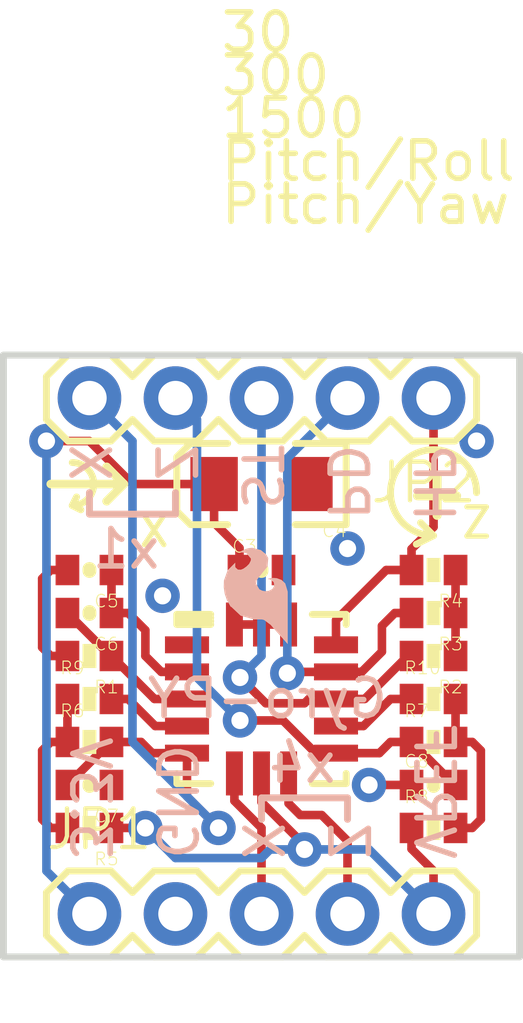
<source format=kicad_pcb>
(kicad_pcb (version 20211014) (generator pcbnew)
  (layers (0 "F.Cu" signal) (31 "B.Cu" signal) (34 "B.Paste" user) (35 "F.Paste" user) (36 "B.SilkS" user "B.Silkscreen") (37 "F.SilkS" user "F.Silkscreen") (38 "B.Mask" user) (39 "F.Mask" user) (44 "Edge.Cuts" user))
  (net 0 "")
  (net 1 "3.3V")
  (net 2 "PD")
  (net 3 "ST")
  (net 4 "F1")
  (net 5 "F2")
  (net 6 "HP")
  (net 7 "N$1")
  (net 8 "N$4")
  (net 9 "ZOUT-4X")
  (net 10 "XOUT-4X")
  (net 11 "XOUT-1X")
  (net 12 "N$2")
  (net 13 "N$3")
  (net 14 "N$6")
  (net 15 "ZOUT-1X")
  (net 16 "VREF")
  (net 17 "GND")
  (footprint "boardEagle:0402-RES" (layer "F.Cu") (at 153.5811 107.5436)
    (fp_text reference "R7" (at -0.889 -0.6985) (layer "F.SilkS") (effects (font (size 0.373888 0.373888) (thickness 0.032512)) (justify left bottom)))
    (fp_text value "33K")
    (fp_poly (pts (xy -0.2032 0.3556) (xy 0.2032 0.3556) (xy 0.2032 -0.3556) (xy -0.2032 -0.3556)) (layer "F.SilkS") (width 0) (fill solid))
    (pad "1" smd rect (at -0.65 0) (size 0.7 0.9) (layers "F.Cu" "F.Paste" "F.Mask") (net 15 "ZOUT-1X"))
    (pad "2" smd rect (at 0.65 0) (size 0.7 0.9) (layers "F.Cu" "F.Paste" "F.Mask") (net 14 "N$6"))
  )
  (footprint "boardEagle:0402-RES" (layer "F.Cu") (at 153.5811 103.7336 180)
    (fp_text reference "R3" (at -0.889 -0.6985 180) (layer "F.SilkS") (effects (font (size 0.373888 0.373888) (thickness 0.032512)) (justify right top)))
    (fp_text value "10K")
    (fp_poly (pts (xy -0.2032 0.3556) (xy 0.2032 0.3556) (xy 0.2032 -0.3556) (xy -0.2032 -0.3556)) (layer "F.SilkS") (width 0) (fill solid))
    (pad "1" smd rect (at -0.65 0 180) (size 0.7 0.9) (layers "F.Cu" "F.Paste" "F.Mask") (net 17 "GND"))
    (pad "2" smd rect (at 0.65 0 180) (size 0.7 0.9) (layers "F.Cu" "F.Paste" "F.Mask") (net 2 "PD"))
  )
  (footprint "boardEagle:0402-CAP" (layer "F.Cu") (at 148.5011 102.4636)
    (fp_text reference "C3" (at -0.889 -0.6985) (layer "F.SilkS") (effects (font (size 0.376489 0.376489) (thickness 0.029911)) (justify left)))
    (fp_text value "0.1uF")
    (fp_line (start 0 -0.0305) (end 0 0.0305) (layer "F.SilkS") (width 0.4064))
    (pad "1" smd rect (at -0.65 0) (size 0.7 0.9) (layers "F.Cu" "F.Paste" "F.Mask") (net 1 "3.3V"))
    (pad "2" smd rect (at 0.65 0) (size 0.7 0.9) (layers "F.Cu" "F.Paste" "F.Mask") (net 17 "GND"))
  )
  (footprint "boardEagle:0402-RES" (layer "F.Cu") (at 143.4211 106.2736)
    (fp_text reference "R9" (at -0.889 -0.6985) (layer "F.SilkS") (effects (font (size 0.373888 0.373888) (thickness 0.032512)) (justify left bottom)))
    (fp_text value "0 ohm")
    (fp_poly (pts (xy -0.2032 0.3556) (xy 0.2032 0.3556) (xy 0.2032 -0.3556) (xy -0.2032 -0.3556)) (layer "F.SilkS") (width 0) (fill solid))
    (pad "1" smd rect (at -0.65 0) (size 0.7 0.9) (layers "F.Cu" "F.Paste" "F.Mask") (net 8 "N$4"))
    (pad "2" smd rect (at 0.65 0) (size 0.7 0.9) (layers "F.Cu" "F.Paste" "F.Mask") (net 7 "N$1"))
  )
  (footprint "boardEagle:0402-RES" (layer "F.Cu") (at 153.5811 110.0836)
    (fp_text reference "R8" (at -0.889 -0.6985) (layer "F.SilkS") (effects (font (size 0.373888 0.373888) (thickness 0.032512)) (justify left bottom)))
    (fp_text value "DNP")
    (fp_poly (pts (xy -0.2032 0.3556) (xy 0.2032 0.3556) (xy 0.2032 -0.3556) (xy -0.2032 -0.3556)) (layer "F.SilkS") (width 0) (fill solid))
    (pad "1" smd rect (at -0.65 0) (size 0.7 0.9) (layers "F.Cu" "F.Paste" "F.Mask") (net 16 "VREF"))
    (pad "2" smd rect (at 0.65 0) (size 0.7 0.9) (layers "F.Cu" "F.Paste" "F.Mask") (net 14 "N$6"))
  )
  (footprint "boardEagle:0402-RES" (layer "F.Cu") (at 153.5811 102.4636 180)
    (fp_text reference "R4" (at -0.889 -0.6985 180) (layer "F.SilkS") (effects (font (size 0.373888 0.373888) (thickness 0.032512)) (justify right top)))
    (fp_text value "10K")
    (fp_poly (pts (xy -0.2032 0.3556) (xy 0.2032 0.3556) (xy 0.2032 -0.3556) (xy -0.2032 -0.3556)) (layer "F.SilkS") (width 0) (fill solid))
    (pad "1" smd rect (at -0.65 0 180) (size 0.7 0.9) (layers "F.Cu" "F.Paste" "F.Mask") (net 17 "GND"))
    (pad "2" smd rect (at 0.65 0 180) (size 0.7 0.9) (layers "F.Cu" "F.Paste" "F.Mask") (net 6 "HP"))
  )
  (footprint "boardEagle:1X05" (layer "F.Cu") (at 153.5811 97.3836 180)
    (fp_text reference "JP2" (at -1.3462 -1.8288 180) (layer "F.SilkS") (effects (font (size 1.143 1.143) (thickness 0.127)) (justify right top)))
    (fp_text value "")
    (fp_line (start 6.985 -1.27) (end 6.35 -0.635) (layer "F.SilkS") (width 0.2032))
    (fp_line (start 6.985 -1.27) (end 8.255 -1.27) (layer "F.SilkS") (width 0.2032))
    (fp_line (start 8.89 0.635) (end 8.255 1.27) (layer "F.SilkS") (width 0.2032))
    (fp_line (start 10.795 1.27) (end 9.525 1.27) (layer "F.SilkS") (width 0.2032))
    (fp_line (start 1.905 -1.27) (end 3.175 -1.27) (layer "F.SilkS") (width 0.2032))
    (fp_line (start -1.27 -0.635) (end -1.27 0.635) (layer "F.SilkS") (width 0.2032))
    (fp_line (start 6.35 0.635) (end 6.985 1.27) (layer "F.SilkS") (width 0.2032))
    (fp_line (start 6.35 0.635) (end 5.715 1.27) (layer "F.SilkS") (width 0.2032))
    (fp_line (start 9.525 -1.27) (end 10.795 -1.27) (layer "F.SilkS") (width 0.2032))
    (fp_line (start 8.255 -1.27) (end 8.89 -0.635) (layer "F.SilkS") (width 0.2032))
    (fp_line (start 5.715 -1.27) (end 6.35 -0.635) (layer "F.SilkS") (width 0.2032))
    (fp_line (start 0.635 -1.27) (end 1.27 -0.635) (layer "F.SilkS") (width 0.2032))
    (fp_line (start 3.175 -1.27) (end 3.81 -0.635) (layer "F.SilkS") (width 0.2032))
    (fp_line (start 8.89 -0.635) (end 9.525 -1.27) (layer "F.SilkS") (width 0.2032))
    (fp_line (start 4.445 1.27) (end 3.81 0.635) (layer "F.SilkS") (width 0.2032))
    (fp_line (start 5.715 1.27) (end 4.445 1.27) (layer "F.SilkS") (width 0.2032))
    (fp_line (start 11.43 -0.635) (end 11.43 0.635) (layer "F.SilkS") (width 0.2032))
    (fp_line (start 1.905 1.27) (end 1.27 0.635) (layer "F.SilkS") (width 0.2032))
    (fp_line (start 3.81 0.635) (end 3.175 1.27) (layer "F.SilkS") (width 0.2032))
    (fp_line (start -1.27 0.635) (end -0.635 1.27) (layer "F.SilkS") (width 0.2032))
    (fp_line (start 9.525 1.27) (end 8.89 0.635) (layer "F.SilkS") (width 0.2032))
    (fp_line (start 3.81 -0.635) (end 4.445 -1.27) (layer "F.SilkS") (width 0.2032))
    (fp_line (start 4.445 -1.27) (end 5.715 -1.27) (layer "F.SilkS") (width 0.2032))
    (fp_line (start 1.27 0.635) (end 0.635 1.27) (layer "F.SilkS") (width 0.2032))
    (fp_line (start 3.175 1.27) (end 1.905 1.27) (layer "F.SilkS") (width 0.2032))
    (fp_line (start -0.635 -1.27) (end -1.27 -0.635) (layer "F.SilkS") (width 0.2032))
    (fp_line (start 8.255 1.27) (end 6.985 1.27) (layer "F.SilkS") (width 0.2032))
    (fp_line (start 0.635 1.27) (end -0.635 1.27) (layer "F.SilkS") (width 0.2032))
    (fp_line (start 1.27 -0.635) (end 1.905 -1.27) (layer "F.SilkS") (width 0.2032))
    (fp_line (start -0.635 -1.27) (end 0.635 -1.27) (layer "F.SilkS") (width 0.2032))
    (fp_line (start 11.43 0.635) (end 10.795 1.27) (layer "F.SilkS") (width 0.2032))
    (fp_line (start 10.795 -1.27) (end 11.43 -0.635) (layer "F.SilkS") (width 0.2032))
    (pad "1" thru_hole circle (at 0 0 270) (size 1.8796 1.8796) (drill 1.016) (layers *.Cu *.Mask) (net 6 "HP"))
    (pad "2" thru_hole circle (at 2.54 0 270) (size 1.8796 1.8796) (drill 1.016) (layers *.Cu *.Mask) (net 2 "PD"))
    (pad "3" thru_hole circle (at 5.08 0 270) (size 1.8796 1.8796) (drill 1.016) (layers *.Cu *.Mask) (net 3 "ST"))
    (pad "4" thru_hole circle (at 7.62 0 270) (size 1.8796 1.8796) (drill 1.016) (layers *.Cu *.Mask) (net 15 "ZOUT-1X"))
    (pad "5" thru_hole circle (at 10.16 0 270) (size 1.8796 1.8796) (drill 1.016) (layers *.Cu *.Mask) (net 11 "XOUT-1X"))
  )
  (footprint "boardEagle:0402-CAP" (layer "F.Cu") (at 143.4211 103.7336 180)
    (fp_text reference "C6" (at -0.889 -0.6985 180) (layer "F.SilkS") (effects (font (size 0.373888 0.373888) (thickness 0.032512)) (justify right top)))
    (fp_text value "10nF")
    (fp_line (start 0 -0.0305) (end 0 0.0305) (layer "F.SilkS") (width 0.4064))
    (pad "1" smd rect (at -0.65 0 180) (size 0.7 0.9) (layers "F.Cu" "F.Paste" "F.Mask") (net 4 "F1"))
    (pad "2" smd rect (at 0.65 0 180) (size 0.7 0.9) (layers "F.Cu" "F.Paste" "F.Mask") (net 5 "F2"))
  )
  (footprint "boardEagle:0402-RES" (layer "F.Cu") (at 143.4211 107.5436)
    (fp_text reference "R6" (at -0.889 -0.6985) (layer "F.SilkS") (effects (font (size 0.373888 0.373888) (thickness 0.032512)) (justify left bottom)))
    (fp_text value "33K")
    (fp_poly (pts (xy -0.2032 0.3556) (xy 0.2032 0.3556) (xy 0.2032 -0.3556) (xy -0.2032 -0.3556)) (layer "F.SilkS") (width 0) (fill solid))
    (pad "1" smd rect (at -0.65 0) (size 0.7 0.9) (layers "F.Cu" "F.Paste" "F.Mask") (net 8 "N$4"))
    (pad "2" smd rect (at 0.65 0) (size 0.7 0.9) (layers "F.Cu" "F.Paste" "F.Mask") (net 11 "XOUT-1X"))
  )
  (footprint "boardEagle:0402-CAP" (layer "F.Cu") (at 143.4211 102.4636 180)
    (fp_text reference "C5" (at -0.889 -0.6985 180) (layer "F.SilkS") (effects (font (size 0.373888 0.373888) (thickness 0.032512)) (justify right top)))
    (fp_text value "470nF")
    (fp_line (start 0 -0.0305) (end 0 0.0305) (layer "F.SilkS") (width 0.4064))
    (pad "1" smd rect (at -0.65 0 180) (size 0.7 0.9) (layers "F.Cu" "F.Paste" "F.Mask") (net 4 "F1"))
    (pad "2" smd rect (at 0.65 0 180) (size 0.7 0.9) (layers "F.Cu" "F.Paste" "F.Mask") (net 12 "N$2"))
  )
  (footprint "boardEagle:0402-RES" (layer "F.Cu") (at 143.4211 105.0036 180)
    (fp_text reference "R1" (at -0.889 -0.6985 180) (layer "F.SilkS") (effects (font (size 0.373888 0.373888) (thickness 0.032512)) (justify right top)))
    (fp_text value "10K")
    (fp_poly (pts (xy -0.2032 0.3556) (xy 0.2032 0.3556) (xy 0.2032 -0.3556) (xy -0.2032 -0.3556)) (layer "F.SilkS") (width 0) (fill solid))
    (pad "1" smd rect (at -0.65 0 180) (size 0.7 0.9) (layers "F.Cu" "F.Paste" "F.Mask") (net 5 "F2"))
    (pad "2" smd rect (at 0.65 0 180) (size 0.7 0.9) (layers "F.Cu" "F.Paste" "F.Mask") (net 12 "N$2"))
  )
  (footprint "boardEagle:1X05" (layer "F.Cu") (at 143.4211 112.6236)
    (fp_text reference "JP1" (at -1.3462 -1.8288) (layer "F.SilkS") (effects (font (size 1.143 1.143) (thickness 0.127)) (justify left bottom)))
    (fp_text value "")
    (fp_line (start 6.985 -1.27) (end 6.35 -0.635) (layer "F.SilkS") (width 0.2032))
    (fp_line (start 3.175 -1.27) (end 3.81 -0.635) (layer "F.SilkS") (width 0.2032))
    (fp_line (start 8.255 -1.27) (end 8.89 -0.635) (layer "F.SilkS") (width 0.2032))
    (fp_line (start 1.27 -0.635) (end 1.905 -1.27) (layer "F.SilkS") (width 0.2032))
    (fp_line (start -0.635 -1.27) (end -1.27 -0.635) (layer "F.SilkS") (width 0.2032))
    (fp_line (start 11.43 0.635) (end 10.795 1.27) (layer "F.SilkS") (width 0.2032))
    (fp_line (start 6.985 -1.27) (end 8.255 -1.27) (layer "F.SilkS") (width 0.2032))
    (fp_line (start 3.81 0.635) (end 3.175 1.27) (layer "F.SilkS") (width 0.2032))
    (fp_line (start 8.89 0.635) (end 8.255 1.27) (layer "F.SilkS") (width 0.2032))
    (fp_line (start 4.445 1.27) (end 3.81 0.635) (layer "F.SilkS") (width 0.2032))
    (fp_line (start 1.27 0.635) (end 0.635 1.27) (layer "F.SilkS") (width 0.2032))
    (fp_line (start 10.795 -1.27) (end 11.43 -0.635) (layer "F.SilkS") (width 0.2032))
    (fp_line (start -0.635 -1.27) (end 0.635 -1.27) (layer "F.SilkS") (width 0.2032))
    (fp_line (start 3.175 1.27) (end 1.905 1.27) (layer "F.SilkS") (width 0.2032))
    (fp_line (start 3.81 -0.635) (end 4.445 -1.27) (layer "F.SilkS") (width 0.2032))
    (fp_line (start 6.35 0.635) (end 5.715 1.27) (layer "F.SilkS") (width 0.2032))
    (fp_line (start 9.525 1.27) (end 8.89 0.635) (layer "F.SilkS") (width 0.2032))
    (fp_line (start 8.89 -0.635) (end 9.525 -1.27) (layer "F.SilkS") (width 0.2032))
    (fp_line (start 9.525 -1.27) (end 10.795 -1.27) (layer "F.SilkS") (width 0.2032))
    (fp_line (start 0.635 1.27) (end -0.635 1.27) (layer "F.SilkS") (width 0.2032))
    (fp_line (start 8.255 1.27) (end 6.985 1.27) (layer "F.SilkS") (width 0.2032))
    (fp_line (start 5.715 1.27) (end 4.445 1.27) (layer "F.SilkS") (width 0.2032))
    (fp_line (start -1.27 -0.635) (end -1.27 0.635) (layer "F.SilkS") (width 0.2032))
    (fp_line (start 1.905 1.27) (end 1.27 0.635) (layer "F.SilkS") (width 0.2032))
    (fp_line (start 1.905 -1.27) (end 3.175 -1.27) (layer "F.SilkS") (width 0.2032))
    (fp_line (start 4.445 -1.27) (end 5.715 -1.27) (layer "F.SilkS") (width 0.2032))
    (fp_line (start 6.35 0.635) (end 6.985 1.27) (layer "F.SilkS") (width 0.2032))
    (fp_line (start 5.715 -1.27) (end 6.35 -0.635) (layer "F.SilkS") (width 0.2032))
    (fp_line (start 10.795 1.27) (end 9.525 1.27) (layer "F.SilkS") (width 0.2032))
    (fp_line (start -1.27 0.635) (end -0.635 1.27) (layer "F.SilkS") (width 0.2032))
    (fp_line (start 0.635 -1.27) (end 1.27 -0.635) (layer "F.SilkS") (width 0.2032))
    (fp_line (start 11.43 -0.635) (end 11.43 0.635) (layer "F.SilkS") (width 0.2032))
    (pad "1" thru_hole circle (at 0 0 90) (size 1.8796 1.8796) (drill 1.016) (layers *.Cu *.Mask) (net 1 "3.3V"))
    (pad "2" thru_hole circle (at 2.54 0 90) (size 1.8796 1.8796) (drill 1.016) (layers *.Cu *.Mask) (net 17 "GND"))
    (pad "3" thru_hole circle (at 5.08 0 90) (size 1.8796 1.8796) (drill 1.016) (layers *.Cu *.Mask) (net 10 "XOUT-4X"))
    (pad "4" thru_hole circle (at 7.62 0 90) (size 1.8796 1.8796) (drill 1.016) (layers *.Cu *.Mask) (net 9 "ZOUT-4X"))
    (pad "5" thru_hole circle (at 10.16 0 90) (size 1.8796 1.8796) (drill 1.016) (layers *.Cu *.Mask) (net 16 "VREF"))
  )
  (footprint "boardEagle:0402-RES" (layer "F.Cu") (at 153.5811 106.2736)
    (fp_text reference "R10" (at -0.889 -0.6985) (layer "F.SilkS") (effects (font (size 0.373888 0.373888) (thickness 0.032512)) (justify left bottom)))
    (fp_text value "0 ohm")
    (fp_poly (pts (xy -0.2032 0.3556) (xy 0.2032 0.3556) (xy 0.2032 -0.3556) (xy -0.2032 -0.3556)) (layer "F.SilkS") (width 0) (fill solid))
    (pad "1" smd rect (at -0.65 0) (size 0.7 0.9) (layers "F.Cu" "F.Paste" "F.Mask") (net 13 "N$3"))
    (pad "2" smd rect (at 0.65 0) (size 0.7 0.9) (layers "F.Cu" "F.Paste" "F.Mask") (net 14 "N$6"))
  )
  (footprint "boardEagle:0402-CAP" (layer "F.Cu") (at 143.4211 108.8136 180)
    (fp_text reference "C7" (at -0.889 -0.6985 180) (layer "F.SilkS") (effects (font (size 0.373888 0.373888) (thickness 0.032512)) (justify right top)))
    (fp_text value "0.1uF")
    (fp_line (start 0 -0.0305) (end 0 0.0305) (layer "F.SilkS") (width 0.4064))
    (pad "1" smd rect (at -0.65 0 180) (size 0.7 0.9) (layers "F.Cu" "F.Paste" "F.Mask") (net 17 "GND"))
    (pad "2" smd rect (at 0.65 0 180) (size 0.7 0.9) (layers "F.Cu" "F.Paste" "F.Mask") (net 11 "XOUT-1X"))
  )
  (footprint "boardEagle:0402-CAP" (layer "F.Cu") (at 153.5811 108.8136)
    (fp_text reference "C8" (at -0.889 -0.6985) (layer "F.SilkS") (effects (font (size 0.376489 0.376489) (thickness 0.029911)) (justify left)))
    (fp_text value "0.1uF")
    (fp_line (start 0 -0.0305) (end 0 0.0305) (layer "F.SilkS") (width 0.4064))
    (pad "1" smd rect (at -0.65 0) (size 0.7 0.9) (layers "F.Cu" "F.Paste" "F.Mask") (net 17 "GND"))
    (pad "2" smd rect (at 0.65 0) (size 0.7 0.9) (layers "F.Cu" "F.Paste" "F.Mask") (net 15 "ZOUT-1X"))
  )
  (footprint "boardEagle:0402-RES" (layer "F.Cu") (at 143.4211 110.0836 180)
    (fp_text reference "R5" (at -0.889 -0.6985 180) (layer "F.SilkS") (effects (font (size 0.373888 0.373888) (thickness 0.032512)) (justify right top)))
    (fp_text value "DNP")
    (fp_poly (pts (xy -0.2032 0.3556) (xy 0.2032 0.3556) (xy 0.2032 -0.3556) (xy -0.2032 -0.3556)) (layer "F.SilkS") (width 0) (fill solid))
    (pad "1" smd rect (at -0.65 0 180) (size 0.7 0.9) (layers "F.Cu" "F.Paste" "F.Mask") (net 16 "VREF"))
    (pad "2" smd rect (at 0.65 0 180) (size 0.7 0.9) (layers "F.Cu" "F.Paste" "F.Mask") (net 8 "N$4"))
  )
  (footprint "boardEagle:EIA3216" (layer "F.Cu") (at 148.5011 99.9236 180)
    (fp_text reference "C4" (at -2.54 -1.381) (layer "F.SilkS") (effects (font (size 0.376489 0.376489) (thickness 0.029911)) (justify right)))
    (fp_text value "10uF")
    (fp_line (start -1 1.2) (end -2.5 1.2) (layer "F.SilkS") (width 0.2032))
    (fp_line (start -2.5 1.2) (end -2.5 -1.2) (layer "F.SilkS") (width 0.2032))
    (fp_line (start 2.5 -0.8) (end 2.1 -1.2) (layer "F.SilkS") (width 0.2032))
    (fp_line (start -2.5 -1.2) (end -1 -1.2) (layer "F.SilkS") (width 0.2032))
    (fp_line (start 2.1 1.2) (end 2.5 0.8) (layer "F.SilkS") (width 0.2032))
    (fp_line (start 2.5 0.8) (end 2.5 -0.8) (layer "F.SilkS") (width 0.2032))
    (fp_line (start 2.1 -1.2) (end 1 -1.2) (layer "F.SilkS") (width 0.2032))
    (fp_line (start 1 1.2) (end 2.1 1.2) (layer "F.SilkS") (width 0.2032))
    (pad "A" smd rect (at 1.4 0 270) (size 1.6 1.4) (layers "F.Cu" "F.Paste" "F.Mask") (net 1 "3.3V"))
    (pad "C" smd rect (at -1.4 0 270) (size 1.6 1.4) (layers "F.Cu" "F.Paste" "F.Mask") (net 17 "GND"))
  )
  (footprint "boardEagle:0402-RES" (layer "F.Cu") (at 153.5811 105.0036 180)
    (fp_text reference "R2" (at -0.889 -0.6985 180) (layer "F.SilkS") (effects (font (size 0.373888 0.373888) (thickness 0.032512)) (justify right top)))
    (fp_text value "10K")
    (fp_poly (pts (xy -0.2032 0.3556) (xy 0.2032 0.3556) (xy 0.2032 -0.3556) (xy -0.2032 -0.3556)) (layer "F.SilkS") (width 0) (fill solid))
    (pad "1" smd rect (at -0.65 0 180) (size 0.7 0.9) (layers "F.Cu" "F.Paste" "F.Mask") (net 17 "GND"))
    (pad "2" smd rect (at 0.65 0 180) (size 0.7 0.9) (layers "F.Cu" "F.Paste" "F.Mask") (net 3 "ST"))
  )
  (footprint "boardEagle:ST-GYRO" (layer "F.Cu") (at 148.5011 106.2736)
    (fp_text reference "U1" hide)
    (fp_text value "LPY5XXX" hide)
    (fp_line (start -2.5 -2.3) (end -1.5 -2.3) (layer "F.SilkS") (width 0.2032))
    (fp_line (start 2.5 2.5) (end 2.5 2.2) (layer "F.SilkS") (width 0.2032))
    (fp_line (start 2.5 -2.5) (end 2.5 -2.2) (layer "F.SilkS") (width 0.2032))
    (fp_line (start -2.5 -2.2) (end -2.5 -2.3) (layer "F.SilkS") (width 0.2032))
    (fp_line (start -2.5 -2.4) (end -2.5 -2.5) (layer "F.SilkS") (width 0.2032))
    (fp_line (start -2.5 -2.3) (end -2.5 -2.4) (layer "F.SilkS") (width 0.2032))
    (fp_line (start 2.5 -2.5) (end 1.5 -2.5) (layer "F.SilkS") (width 0.2032))
    (fp_line (start -2.5 -2.5) (end -1.5 -2.5) (layer "F.SilkS") (width 0.2032))
    (fp_line (start -2.5 -2.2) (end -1.5 -2.2) (layer "F.SilkS") (width 0.2032))
    (fp_line (start -2.5 -2.4) (end -1.5 -2.4) (layer "F.SilkS") (width 0.2032))
    (fp_line (start -2.5 2.5) (end -2.5 2.2) (layer "F.SilkS") (width 0.2032))
    (fp_line (start 2.5 2.5) (end 1.5 2.5) (layer "F.SilkS") (width 0.2032))
    (fp_line (start -2.5 2.5) (end -1.5 2.5) (layer "F.SilkS") (width 0.2032))
    (pad "1" smd rect (at -2.2 -1.6) (size 1.3 0.5) (layers "F.Cu" "F.Paste" "F.Mask") (net 17 "GND"))
    (pad "2" smd rect (at -2.2 -0.8) (size 1.3 0.5) (layers "F.Cu" "F.Paste" "F.Mask") (net 4 "F1"))
    (pad "3" smd rect (at -2.2 0) (size 1.3 0.5) (layers "F.Cu" "F.Paste" "F.Mask") (net 5 "F2"))
    (pad "4" smd rect (at -2.2 0.8) (size 1.3 0.5) (layers "F.Cu" "F.Paste" "F.Mask") (net 7 "N$1"))
    (pad "5" smd rect (at -2.2 1.6 180) (size 1.3 0.5) (layers "F.Cu" "F.Paste" "F.Mask") (net 11 "XOUT-1X"))
    (pad "6" smd rect (at -0.8 2.2 90) (size 1.3 0.5) (layers "F.Cu" "F.Paste" "F.Mask") (net 10 "XOUT-4X"))
    (pad "7" smd rect (at 0 2.2 90) (size 1.3 0.5) (layers "F.Cu" "F.Paste" "F.Mask") (net 16 "VREF"))
    (pad "8" smd rect (at 0.8 2.2 90) (size 1.3 0.5) (layers "F.Cu" "F.Paste" "F.Mask") (net 9 "ZOUT-4X"))
    (pad "9" smd rect (at 2.2 1.6) (size 1.3 0.5) (layers "F.Cu" "F.Paste" "F.Mask") (net 15 "ZOUT-1X"))
    (pad "10" smd rect (at 2.2 0.8) (size 1.3 0.5) (layers "F.Cu" "F.Paste" "F.Mask") (net 13 "N$3"))
    (pad "11" smd rect (at 2.2 0) (size 1.3 0.5) (layers "F.Cu" "F.Paste" "F.Mask") (net 3 "ST"))
    (pad "12" smd rect (at 2.2 -0.8) (size 1.3 0.5) (layers "F.Cu" "F.Paste" "F.Mask") (net 2 "PD"))
    (pad "13" smd rect (at 2.2 -1.6) (size 1.3 0.5) (layers "F.Cu" "F.Paste" "F.Mask") (net 6 "HP"))
    (pad "14" smd rect (at 0.8 -2.2 90) (size 1.3 0.5) (layers "F.Cu" "F.Paste" "F.Mask") (net 1 "3.3V"))
    (pad "15" smd rect (at 0 -2.2 90) (size 1.3 0.5) (layers "F.Cu" "F.Paste" "F.Mask") (net 1 "3.3V"))
    (pad "16" smd rect (at -0.8 -2.2 90) (size 1.3 0.5) (layers "F.Cu" "F.Paste" "F.Mask") (net 1 "3.3V"))
  )
  (footprint "boardEagle:SFE-LOGO-FLAME" (layer "B.Cu") (at 149.2631 104.6226 180)
    (fp_text reference "U$1" hide)
    (fp_text value "LOGO-SFESK" hide)
    (fp_poly (pts (xy 1.126002 2.808203) (xy 1.215449 2.785829) (xy 1.228477 2.780783) (xy 1.240149 2.774875) (xy 1.25686 2.766576) (xy 1.275552 2.759834) (xy 1.371694 2.7026) (xy 1.3793 2.7026) (xy 1.3793 2.6772) (xy 1.306833 2.6772) (xy 1.208418 2.657914) (xy 1.074855 2.495286) (xy 1.079365 2.436825) (xy 1.12809 2.341869) (xy 1.204666 2.265196) (xy 1.294069 2.200638) (xy 1.369348 2.168824) (xy 1.450737 2.171632) (xy 1.458864 2.174186) (xy 1.466257 2.177389) (xy 1.530514 2.236956) (xy 1.5368 2.259812) (xy 1.5368 2.377938) (xy 1.763707 2.148127) (xy 1.868186 1.856841) (xy 1.871603 1.856894) (xy 1.87806 1.650435) (xy 1.848857 1.45742) (xy 1.785308 1.272842) (xy 1.6663 1.061578) (xy 1.6663 1.080581) (xy 1.378131 0.80901) (xy 0.982239 0.6985) (xy 0.753005 0.6985) (xy 0.716201 0.692046) (xy 0.681776 0.679592) (xy 0.496322 0.541784) (xy -0.0126 -0.03091) (xy -0.0126 1.52077) (xy 0.060004 1.761967) (xy 0.168295 1.865489) (xy 0.307122 1.917522) (xy 0.4039 1.925089) (xy 0.499384 1.917623) (xy 0.55991 1.908099) (xy 0.557788 1.884433) (xy 0.522216 1.885242) (xy 0.501784 1.876141) (xy 0.420519 1.817154) (xy 0.400722 1.79067) (xy 0.390395 1.7285) (xy 0.400905 1.665229) (xy 0.421405 1.625174) (xy 0.452343 1.592685) (xy 0.546535 1.54355) (xy 0.652229 1.531742) (xy 0.742768 1.550084) (xy 0.82422 1.589656) (xy 0.92203 1.754659) (xy 0.907706 1.848844) (xy 0.850914 1.930401) (xy 0.584707 2.263237) (xy 0.561667 2.510855) (xy 0.627495 2.621556) (xy 0.629042 2.623103) (xy 0.778901 2.74712) (xy 1.032676 2.817064)) (layer "B.SilkS") (width 0) (fill solid))
  )
  (gr_line (start 145.9611 100.1776) (end 145.9611 100.8126) (layer "B.SilkS") (width 0.2032))
  (gr_line (start 145.9611 100.8126) (end 143.4211 100.8126) (layer "B.SilkS") (width 0.2032))
  (gr_line (start 143.4211 100.1776) (end 143.4211 100.8126) (layer "B.SilkS") (width 0.2032))
  (gr_line (start 148.5011 109.1946) (end 151.0411 109.1946) (layer "B.SilkS") (width 0.2032))
  (gr_line (start 151.0411 109.8296) (end 151.0411 109.1946) (layer "B.SilkS") (width 0.2032))
  (gr_line (start 148.5011 109.8296) (end 148.5011 109.1946) (layer "B.SilkS") (width 0.2032))
  (gr_arc (start 142.9131 99.2886) (mid 143.5481 99.9236) (end 142.9131 100.5586) (layer "F.SilkS") (width 0.2032))
  (gr_line (start 142.9131 100.5586) (end 143.0401 100.3046) (layer "F.SilkS") (width 0.2032))
  (gr_line (start 144.4371 99.9236) (end 143.9291 100.4316) (layer "F.SilkS") (width 0.254))
  (gr_line (start 144.4371 99.9236) (end 143.9291 99.4156) (layer "F.SilkS") (width 0.254))
  (gr_line (start 142.9131 100.5586) (end 143.1671 100.6856) (layer "F.SilkS") (width 0.2032))
  (gr_line (start 142.2781 99.9236) (end 144.4371 99.9236) (layer "F.SilkS") (width 0.254))
  (gr_line (start 153.5811 101.4476) (end 153.2001 101.0666) (layer "F.SilkS") (width 0.2032))
  (gr_line (start 153.5811 101.4476) (end 153.0731 101.7016) (layer "F.SilkS") (width 0.2032))
  (gr_arc (start 153.5811 101.4476) (mid 152.683074 99.279574) (end 154.8511 100.1776) (layer "F.SilkS") (width 0.2032))
  (gr_line (start 156.1211 113.8936) (end 156.1211 96.1136) (layer "Edge.Cuts") (width 0.2032))
  (gr_line (start 140.8811 96.1136) (end 140.8811 113.8936) (layer "Edge.Cuts") (width 0.2032))
  (gr_line (start 156.1211 96.1136) (end 140.8811 96.1136) (layer "Edge.Cuts") (width 0.2032))
  (gr_line (start 140.8811 113.8936) (end 156.1211 113.8936) (layer "Edge.Cuts") (width 0.2032))
  (gr_text "VREF" (at 152.9461 111.0996 -90) (layer "B.SilkS") (effects (font (size 1.1049 1.1049) (thickness 0.1651)) (justify left bottom mirror)))
  (gr_text "PD" (at 151.6761 98.6536 -90) (layer "B.SilkS") (effects (font (size 1.1049 1.1049) (thickness 0.1651)) (justify right top mirror)))
  (gr_text "Z" (at 146.5961 98.6536 -90) (layer "B.SilkS") (effects (font (size 1.1049 1.1049) (thickness 0.1651)) (justify right top mirror)))
  (gr_text "GND" (at 145.3261 111.0996 -90) (layer "B.SilkS") (effects (font (size 1.1049 1.1049) (thickness 0.1651)) (justify left bottom mirror)))
  (gr_text "x1" (at 143.4211 101.1936) (layer "B.SilkS") (effects (font (size 1.1049 1.1049) (thickness 0.1651)) (justify right top mirror)))
  (gr_text "x4" (at 150.7871 108.8136) (layer "B.SilkS") (effects (font (size 1.1049 1.1049) (thickness 0.1651)) (justify left bottom mirror)))
  (gr_text "3.3V" (at 142.7861 111.0996 -90) (layer "B.SilkS") (effects (font (size 1.1049 1.1049) (thickness 0.1651)) (justify left bottom mirror)))
  (gr_text "ST" (at 149.1361 98.6536 -90) (layer "B.SilkS") (effects (font (size 1.1049 1.1049) (thickness 0.1651)) (justify right top mirror)))
  (gr_text "X" (at 144.0561 98.6536 -90) (layer "B.SilkS") (effects (font (size 1.1049 1.1049) (thickness 0.1651)) (justify right top mirror)))
  (gr_text "HP" (at 154.2161 98.6536 -90) (layer "B.SilkS") (effects (font (size 1.1049 1.1049) (thickness 0.1651)) (justify right top mirror)))
  (gr_text "X" (at 147.8661 111.0996 -90) (layer "B.SilkS") (effects (font (size 1.1049 1.1049) (thickness 0.1651)) (justify left bottom mirror)))
  (gr_text "Gyro-PY" (at 152.3111 106.9086) (layer "B.SilkS") (effects (font (size 1.1049 1.1049) (thickness 0.1651)) (justify left bottom mirror)))
  (gr_text "Z" (at 150.4061 111.0996 -90) (layer "B.SilkS") (effects (font (size 1.1049 1.1049) (thickness 0.1651)) (justify left bottom mirror)))
  (gr_text "Z" (at 154.3431 101.5746) (layer "F.SilkS") (effects (font (size 0.8636 0.8636) (thickness 0.1524)) (justify left bottom)))
  (gr_text "+" (at 152.6921 99.1616 90) (layer "F.SilkS") (effects (font (size 1.5113 1.5113) (thickness 0.2667)) (justify right top)))
  (gr_text "Pitch/Roll" (at 147.2311 91.0336) (layer "F.SilkS") (effects (font (size 1.1049 1.1049) (thickness 0.1651)) (justify left bottom)))
  (gr_text "Pitch/Yaw" (at 147.2311 92.3036) (layer "F.SilkS") (effects (font (size 1.1049 1.1049) (thickness 0.1651)) (justify left bottom)))
  (gr_text "1500" (at 147.2311 89.7636) (layer "F.SilkS") (effects (font (size 1.1049 1.1049) (thickness 0.1651)) (justify left bottom)))
  (gr_text "300" (at 147.2311 88.4936) (layer "F.SilkS") (effects (font (size 1.1049 1.1049) (thickness 0.1651)) (justify left bottom)))
  (gr_text "X" (at 144.8181 101.8286) (layer "F.SilkS") (effects (font (size 0.8636 0.8636) (thickness 0.1524)) (justify left bottom)))
  (gr_text "30" (at 147.2311 87.2236) (layer "F.SilkS") (effects (font (size 1.1049 1.1049) (thickness 0.1651)) (justify left bottom)))
  (segment (start 144.6911 99.9236) (end 147.1011 99.9236) (width 0.254) (layer "F.Cu") (net 1))
  (segment (start 147.7011 103.2636) (end 147.7011 104.0736) (width 0.254) (layer "F.Cu") (net 1))
  (segment (start 142.1511 98.6536) (end 143.4211 98.6536) (width 0.254) (layer "F.Cu") (net 1))
  (segment (start 148.5011 104.0736) (end 149.3011 104.0736) (width 0.254) (layer "F.Cu") (net 1))
  (segment (start 147.7011 104.0736) (end 148.5011 104.0736) (width 0.254) (layer "F.Cu") (net 1))
  (segment (start 147.1011 99.9236) (end 147.1011 101.0636) (width 0.254) (layer "F.Cu") (net 1))
  (segment (start 147.8511 102.4636) (end 147.8511 103.1136) (width 0.254) (layer "F.Cu") (net 1))
  (segment (start 147.8511 101.8136) (end 147.8511 102.4636) (width 0.254) (layer "F.Cu") (net 1))
  (segment (start 147.8511 103.1136) (end 147.7011 103.2636) (width 0.254) (layer "F.Cu") (net 1))
  (segment (start 147.1011 101.0636) (end 147.8511 101.8136) (width 0.254) (layer "F.Cu") (net 1))
  (segment (start 143.4211 98.6536) (end 144.6911 99.9236) (width 0.254) (layer "F.Cu") (net 1))
  (via (at 142.1511 98.6536) (size 1.016) (drill 0.508) (layers "F.Cu" "B.Cu") (net 1))
  (segment (start 143.4211 112.6236) (end 142.1511 111.3536) (width 0.254) (layer "B.Cu") (net 1))
  (segment (start 142.1511 111.3536) (end 142.1511 98.6536) (width 0.254) (layer "B.Cu") (net 1))
  (segment (start 151.4601 105.4736) (end 152.0571 104.8766) (width 0.254) (layer "F.Cu") (net 2))
  (segment (start 149.3011 105.4736) (end 149.2631 105.5116) (width 0.254) (layer "F.Cu") (net 2))
  (segment (start 150.7011 105.4736) (end 149.3011 105.4736) (width 0.254) (layer "F.Cu") (net 2))
  (segment (start 152.0571 104.8766) (end 152.0571 104.1146) (width 0.254) (layer "F.Cu") (net 2))
  (segment (start 150.7011 105.4736) (end 151.4601 105.4736) (width 0.254) (layer "F.Cu") (net 2))
  (segment (start 152.0571 104.1146) (end 152.4381 103.7336) (width 0.254) (layer "F.Cu") (net 2))
  (segment (start 152.4381 103.7336) (end 152.9311 103.7336) (width 0.254) (layer "F.Cu") (net 2))
  (via (at 149.2631 105.5116) (size 1.016) (drill 0.508) (layers "F.Cu" "B.Cu") (net 2))
  (segment (start 149.2631 99.1616) (end 151.0411 97.3836) (width 0.254) (layer "B.Cu") (net 2))
  (segment (start 149.2631 105.5116) (end 149.2631 99.1616) (width 0.254) (layer "B.Cu") (net 2))
  (segment (start 148.6281 106.4006) (end 149.7711 106.4006) (width 0.254) (layer "F.Cu") (net 3))
  (segment (start 147.8661 105.6386) (end 148.6281 106.4006) (width 0.254) (layer "F.Cu") (net 3))
  (segment (start 149.7711 106.4006) (end 149.8981 106.2736) (width 0.254) (layer "F.Cu") (net 3))
  (segment (start 151.5491 106.2736) (end 152.8191 105.0036) (width 0.254) (layer "F.Cu") (net 3))
  (segment (start 149.8981 106.2736) (end 150.7011 106.2736) (width 0.254) (layer "F.Cu") (net 3))
  (segment (start 152.8191 105.0036) (end 152.9311 105.0036) (width 0.254) (layer "F.Cu") (net 3))
  (segment (start 150.7011 106.2736) (end 151.5491 106.2736) (width 0.254) (layer "F.Cu") (net 3))
  (via (at 147.8661 105.6386) (size 1.016) (drill 0.508) (layers "F.Cu" "B.Cu") (net 3))
  (segment (start 147.8661 105.6386) (end 148.5011 105.0036) (width 0.254) (layer "B.Cu") (net 3))
  (segment (start 148.5011 105.0036) (end 148.5011 97.3836) (width 0.254) (layer "B.Cu") (net 3))
  (segment (start 145.5421 105.4736) (end 146.3011 105.4736) (width 0.254) (layer "F.Cu") (net 4))
  (segment (start 145.0721 104.2416) (end 145.0721 105.0036) (width 0.254) (layer "F.Cu") (net 4))
  (segment (start 144.5641 103.7336) (end 144.0711 103.7336) (width 0.254) (layer "F.Cu") (net 4))
  (segment (start 145.0721 104.2416) (end 144.5641 103.7336) (width 0.254) (layer "F.Cu") (net 4))
  (segment (start 145.0721 105.0036) (end 145.5421 105.4736) (width 0.254) (layer "F.Cu") (net 4))
  (segment (start 144.0711 103.7336) (end 144.0711 102.4636) (width 0.254) (layer "F.Cu") (net 4))
  (segment (start 144.0711 105.0036) (end 145.3411 106.2736) (width 0.254) (layer "F.Cu") (net 5))
  (segment (start 145.3411 106.2736) (end 146.3011 106.2736) (width 0.254) (layer "F.Cu") (net 5))
  (segment (start 144.0411 105.0036) (end 142.7711 103.7336) (width 0.254) (layer "F.Cu") (net 5))
  (segment (start 144.0711 105.0036) (end 144.0411 105.0036) (width 0.254) (layer "F.Cu") (net 5))
  (segment (start 152.1841 102.4636) (end 152.9311 102.4636) (width 0.254) (layer "F.Cu") (net 6))
  (segment (start 150.7011 104.6736) (end 150.7011 103.9466) (width 0.254) (layer "F.Cu") (net 6))
  (segment (start 153.5811 101.1936) (end 153.5811 97.3836) (width 0.254) (layer "F.Cu") (net 6))
  (segment (start 152.9311 102.4636) (end 152.9311 101.8436) (width 0.254) (layer "F.Cu") (net 6))
  (segment (start 150.7011 103.9466) (end 152.1841 102.4636) (width 0.254) (layer "F.Cu") (net 6))
  (segment (start 152.9311 101.8436) (end 153.5811 101.1936) (width 0.254) (layer "F.Cu") (net 6))
  (segment (start 145.3641 107.0736) (end 144.5641 106.2736) (width 0.254) (layer "F.Cu") (net 7))
  (segment (start 145.3641 107.0736) (end 146.3011 107.0736) (width 0.254) (layer "F.Cu") (net 7))
  (segment (start 144.5641 106.2736) (end 144.0711 106.2736) (width 0.254) (layer "F.Cu") (net 7))
  (segment (start 142.7711 110.0836) (end 142.2781 110.0836) (width 0.254) (layer "F.Cu") (net 8))
  (segment (start 142.2781 110.0836) (end 142.0241 109.8296) (width 0.254) (layer "F.Cu") (net 8))
  (segment (start 142.2781 107.5436) (end 142.7711 107.5436) (width 0.254) (layer "F.Cu") (net 8))
  (segment (start 142.0241 107.7976) (end 142.2781 107.5436) (width 0.254) (layer "F.Cu") (net 8))
  (segment (start 142.7711 107.5436) (end 142.7711 106.2736) (width 0.254) (layer "F.Cu") (net 8))
  (segment (start 142.0241 109.8296) (end 142.0241 107.7976) (width 0.254) (layer "F.Cu") (net 8))
  (segment (start 149.3011 109.3596) (end 149.3011 108.4736) (width 0.254) (layer "F.Cu") (net 9))
  (segment (start 151.0411 110.4646) (end 150.2791 109.7026) (width 0.254) (layer "F.Cu") (net 9))
  (segment (start 151.0411 112.6236) (end 151.0411 110.4646) (width 0.254) (layer "F.Cu") (net 9))
  (segment (start 150.2791 109.7026) (end 149.6441 109.7026) (width 0.254) (layer "F.Cu") (net 9))
  (segment (start 149.6441 109.7026) (end 149.3011 109.3596) (width 0.254) (layer "F.Cu") (net 9))
  (segment (start 148.5011 110.0836) (end 147.7011 109.2836) (width 0.254) (layer "F.Cu") (net 10))
  (segment (start 147.7011 109.2836) (end 147.7011 108.4736) (width 0.254) (layer "F.Cu") (net 10))
  (segment (start 148.5011 112.6236) (end 148.5011 110.0836) (width 0.254) (layer "F.Cu") (net 10))
  (segment (start 142.7711 108.8136) (end 144.0411 107.5436) (width 0.254) (layer "F.Cu") (net 11))
  (segment (start 144.0711 107.5436) (end 144.9451 107.5436) (width 0.254) (layer "F.Cu") (net 11))
  (segment (start 144.0411 107.5436) (end 144.0711 107.5436) (width 0.254) (layer "F.Cu") (net 11))
  (segment (start 145.2751 107.8736) (end 146.3011 107.8736) (width 0.254) (layer "F.Cu") (net 11))
  (segment (start 146.3011 109.1536) (end 147.2311 110.0836) (width 0.254) (layer "F.Cu") (net 11))
  (segment (start 146.3011 107.8736) (end 146.3011 109.1536) (width 0.254) (layer "F.Cu") (net 11))
  (segment (start 144.9451 107.5436) (end 145.2751 107.8736) (width 0.254) (layer "F.Cu") (net 11))
  (via (at 147.2311 110.0836) (size 1.016) (drill 0.508) (layers "F.Cu" "B.Cu") (net 11))
  (segment (start 144.6911 98.6536) (end 143.4211 97.3836) (width 0.254) (layer "B.Cu") (net 11))
  (segment (start 147.2311 110.0836) (end 144.6911 107.5436) (width 0.254) (layer "B.Cu") (net 11))
  (segment (start 144.6911 107.5436) (end 144.6911 98.6536) (width 0.254) (layer "B.Cu") (net 11))
  (segment (start 142.2781 102.4636) (end 142.7711 102.4636) (width 0.254) (layer "F.Cu") (net 12))
  (segment (start 142.7711 105.0036) (end 142.2781 105.0036) (width 0.254) (layer "F.Cu") (net 12))
  (segment (start 142.0241 104.7496) (end 142.0241 102.7176) (width 0.254) (layer "F.Cu") (net 12))
  (segment (start 142.0241 102.7176) (end 142.2781 102.4636) (width 0.254) (layer "F.Cu") (net 12))
  (segment (start 142.2781 105.0036) (end 142.0241 104.7496) (width 0.254) (layer "F.Cu") (net 12))
  (segment (start 152.3111 106.2736) (end 152.9311 106.2736) (width 0.254) (layer "F.Cu") (net 13))
  (segment (start 151.5111 107.0736) (end 152.3111 106.2736) (width 0.254) (layer "F.Cu") (net 13))
  (segment (start 150.7011 107.0736) (end 151.5111 107.0736) (width 0.254) (layer "F.Cu") (net 13))
  (segment (start 154.2311 107.5436) (end 154.2311 106.2736) (width 0.254) (layer "F.Cu") (net 14))
  (segment (start 154.7241 107.5436) (end 154.2311 107.5436) (width 0.254) (layer "F.Cu") (net 14))
  (segment (start 154.9781 107.7976) (end 154.7241 107.5436) (width 0.254) (layer "F.Cu") (net 14))
  (segment (start 154.7241 110.0836) (end 154.9781 109.8296) (width 0.254) (layer "F.Cu") (net 14))
  (segment (start 154.2311 110.0836) (end 154.7241 110.0836) (width 0.254) (layer "F.Cu") (net 14))
  (segment (start 154.9781 109.8296) (end 154.9781 107.7976) (width 0.254) (layer "F.Cu") (net 14))
  (segment (start 151.9811 107.8736) (end 152.3111 107.5436) (width 0.254) (layer "F.Cu") (net 15))
  (segment (start 152.3111 107.5436) (end 152.9311 107.5436) (width 0.254) (layer "F.Cu") (net 15))
  (segment (start 150.7011 107.8736) (end 151.9811 107.8736) (width 0.254) (layer "F.Cu") (net 15))
  (segment (start 154.2011 108.8136) (end 154.2311 108.8136) (width 0.254) (layer "F.Cu") (net 15))
  (segment (start 150.1011 107.8736) (end 150.7011 107.8736) (width 0.254) (layer "F.Cu") (net 15))
  (segment (start 152.9311 107.5436) (end 154.2011 108.8136) (width 0.254) (layer "F.Cu") (net 15))
  (segment (start 147.8661 106.9086) (end 149.1361 106.9086) (width 0.254) (layer "F.Cu") (net 15))
  (segment (start 149.1361 106.9086) (end 150.1011 107.8736) (width 0.254) (layer "F.Cu") (net 15))
  (via (at 147.8661 106.9086) (size 1.016) (drill 0.508) (layers "F.Cu" "B.Cu") (net 15))
  (segment (start 146.5961 98.0186) (end 145.9611 97.3836) (width 0.254) (layer "B.Cu") (net 15))
  (segment (start 147.8661 106.9086) (end 146.5961 105.6386) (width 0.254) (layer "B.Cu") (net 15))
  (segment (start 146.5961 105.6386) (end 146.5961 98.0186) (width 0.254) (layer "B.Cu") (net 15))
  (segment (start 148.5011 109.3216) (end 148.5011 108.4736) (width 0.254) (layer "F.Cu") (net 16))
  (segment (start 152.9311 110.7036) (end 152.9311 110.0836) (width 0.254) (layer "F.Cu") (net 16))
  (segment (start 153.5811 111.3536) (end 152.9311 110.7036) (width 0.254) (layer "F.Cu") (net 16))
  (segment (start 153.5811 112.6236) (end 153.5811 111.3536) (width 0.254) (layer "F.Cu") (net 16))
  (segment (start 149.7711 110.7186) (end 149.7711 110.5916) (width 0.254) (layer "F.Cu") (net 16))
  (segment (start 144.0711 110.0836) (end 145.0721 110.0836) (width 0.254) (layer "F.Cu") (net 16))
  (segment (start 149.7711 110.5916) (end 148.5011 109.3216) (width 0.254) (layer "F.Cu") (net 16))
  (via (at 145.0721 110.0836) (size 1.016) (drill 0.508) (layers "F.Cu" "B.Cu") (net 16))
  (via (at 149.7711 110.7186) (size 1.016) (drill 0.508) (layers "F.Cu" "B.Cu") (net 16))
  (segment (start 151.6761 110.7186) (end 153.5811 112.6236) (width 0.254) (layer "B.Cu") (net 16))
  (segment (start 148.5011 110.9726) (end 148.7551 110.7186) (width 0.254) (layer "B.Cu") (net 16))
  (segment (start 148.7551 110.7186) (end 149.7711 110.7186) (width 0.254) (layer "B.Cu") (net 16))
  (segment (start 145.9611 110.9726) (end 148.5011 110.9726) (width 0.254) (layer "B.Cu") (net 16))
  (segment (start 149.7711 110.7186) (end 151.6761 110.7186) (width 0.254) (layer "B.Cu") (net 16))
  (segment (start 145.0721 110.0836) (end 145.9611 110.9726) (width 0.254) (layer "B.Cu") (net 16))
  (segment (start 152.9311 108.8136) (end 151.6761 108.8136) (width 0.254) (layer "F.Cu") (net 17))
  (segment (start 154.2311 105.0036) (end 154.2311 103.7336) (width 0.254) (layer "F.Cu") (net 17))
  (segment (start 154.2311 103.7336) (end 154.2311 102.4636) (width 0.254) (layer "F.Cu") (net 17))
  (via (at 145.5801 103.2256) (size 1.016) (drill 0.508) (layers "F.Cu" "B.Cu") (net 17))
  (via (at 154.8511 98.6536) (size 1.016) (drill 0.508) (layers "F.Cu" "B.Cu") (net 17))
  (via (at 151.0411 101.8286) (size 1.016) (drill 0.508) (layers "F.Cu" "B.Cu") (net 17))
  (via (at 151.6761 108.8136) (size 1.016) (drill 0.508) (layers "F.Cu" "B.Cu") (net 17))
)
</source>
